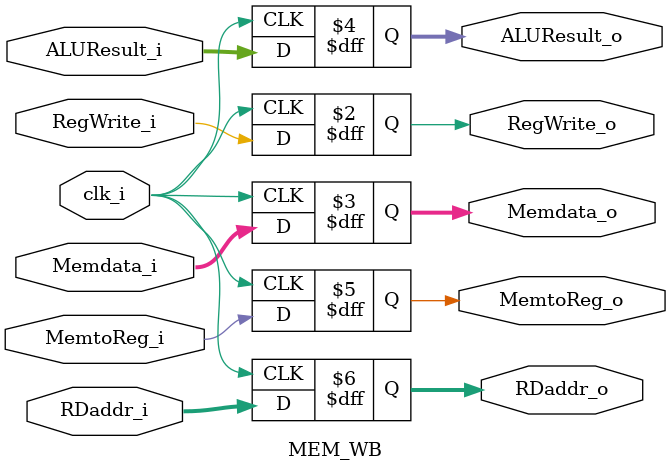
<source format=v>
module MEM_WB(
    clk_i,
    RegWrite_i,
    Memdata_i,
    ALUResult_i,
    MemtoReg_i,
    RDaddr_i,
    RegWrite_o,
    Memdata_o,
    ALUResult_o,
    MemtoReg_o,
    RDaddr_o
);
// Ports
input                   clk_i;
input                   RegWrite_i;
input       [31:0]      Memdata_i;
input       [31:0]      ALUResult_i; 
input                   MemtoReg_i;
input       [4:0]       RDaddr_i;
output  reg             RegWrite_o;
output  reg [31:0]      Memdata_o;
output  reg [31:0]      ALUResult_o;
output  reg             MemtoReg_o;
output  reg [4:0]       RDaddr_o;

// Assignment
always@(posedge clk_i) begin
    RegWrite_o      =   RegWrite_i;
    Memdata_o       =   Memdata_i;
    ALUResult_o     =   ALUResult_i;
    MemtoReg_o      =   MemtoReg_i;
    RDaddr_o        =   RDaddr_i;
end

endmodule

</source>
